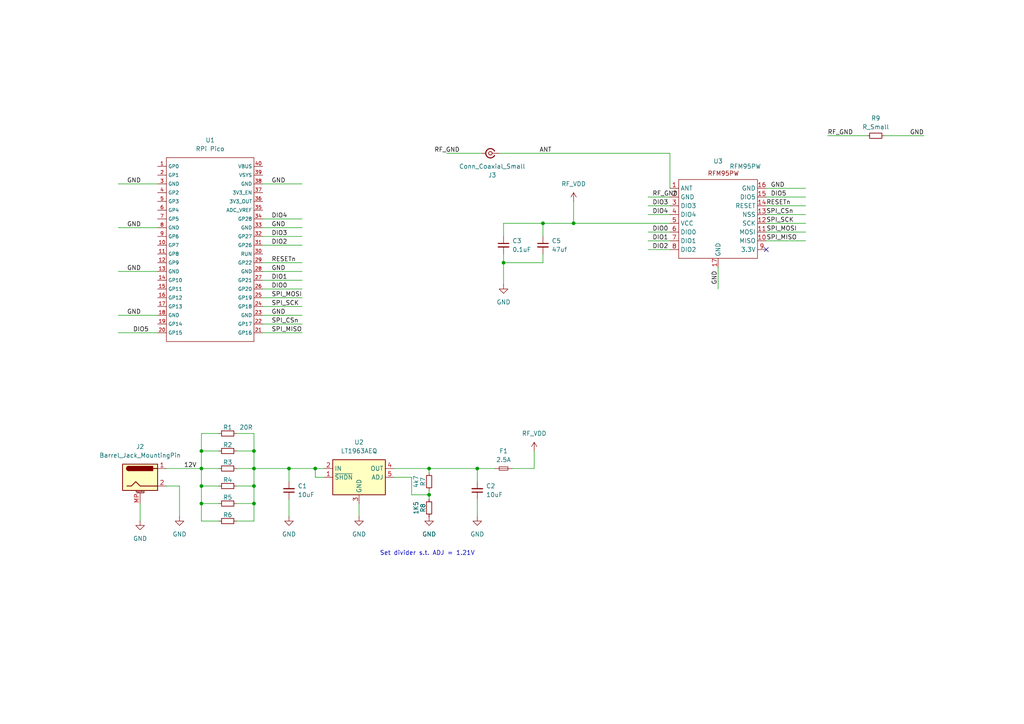
<source format=kicad_sch>
(kicad_sch (version 20231120) (generator "eeschema") (generator_version "8.0")
  (paper "A4")
  (lib_symbols
    (symbol "Connector:Barrel_Jack_MountingPin" (pin_names hide)
      (property "Reference" "J" (at 0 5.334 0))
      (property "Value" "Barrel_Jack_MountingPin" (at 1.27 -6.35 0))
      (symbol "Barrel_Jack_MountingPin_0_1"
        (rectangle (start -5.08 3.81) (end 5.08 -3.81) (stroke (width 0.254)) (fill (type background)))
        (arc (start -3.302 3.175) (mid -3.9343 2.54) (end -3.302 1.905) (stroke (width 0.254)))
        (arc (start -3.302 3.175) (mid -3.9343 2.54) (end -3.302 1.905) (stroke (width 0.254)) (fill (type outline)))
        (polyline (pts (xy 5.08 2.54) (xy 3.81 2.54)) (stroke (width 0.254)))
        (polyline (pts (xy -3.81 -2.54) (xy -2.54 -2.54) (xy -1.27 -1.27) (xy 0 -2.54) (xy 2.54 -2.54) (xy 5.08 -2.54)) (stroke (width 0.254)))
        (rectangle (start 3.683 3.175) (end -3.302 1.905) (stroke (width 0.254)) (fill (type outline)))
      )
      (symbol "Barrel_Jack_MountingPin_1_1"
        (polyline (pts (xy -1.016 -4.572) (xy 1.016 -4.572)) (stroke (width 0.1524)))
        (text "Mounting" (at 0 -4.191 0) (effects (font (size 0.381 0.381))))
        (pin passive line (at 7.62 2.54 180) (length 2.54) (name "~") (number "1"))
        (pin passive line (at 7.62 -2.54 180) (length 2.54) (name "~") (number "2"))
        (pin passive line (at 0 -7.62 90) (length 3.048) (name "MountPin") (number "MP"))
      )
    )
    (symbol "Connector:Conn_Coaxial_Small" (pin_numbers hide) (pin_names (offset 1.016) hide)
      (property "Reference" "J" (at 0.254 3.048 0))
      (property "Value" "Conn_Coaxial_Small" (at 0 -3.81 0))
      (symbol "Conn_Coaxial_Small_0_1"
        (polyline (pts (xy -2.54 0) (xy -0.508 0)))
        (circle (center 0 0) (radius 0.508) (stroke (width 0.2032)))
      )
      (symbol "Conn_Coaxial_Small_1_1"
        (arc (start -1.1916 -0.6311) (mid 0.327 -1.3081) (end 1.3484 0.0039) (stroke (width 0.3048)))
        (arc (start 1.3484 -0.0039) (mid 0.327 1.3081) (end -1.1916 0.6311) (stroke (width 0.3048)))
        (pin passive line (at -2.54 0 0) (length 1.27) (name "In") (number "1"))
        (pin passive line (at 2.54 0 180) (length 1.27) (name "Ext") (number "2"))
      )
    )
    (symbol "Device:C_Small" (pin_numbers hide) (pin_names (offset 0.254) hide)
      (property "Reference" "C" (at 0.254 1.778 0))
      (property "Value" "C_Small" (at 0.254 -2.032 0))
      (symbol "C_Small_0_1"
        (polyline (pts (xy -1.524 -0.508) (xy 1.524 -0.508)) (stroke (width 0.3302)))
        (polyline (pts (xy -1.524 0.508) (xy 1.524 0.508)) (stroke (width 0.3048)))
      )
      (symbol "C_Small_1_1"
        (pin passive line (at 0 2.54 270) (length 2.032) (name "~") (number "1"))
        (pin passive line (at 0 -2.54 90) (length 2.032) (name "~") (number "2"))
      )
    )
    (symbol "Device:Fuse_Small" (pin_numbers hide) (pin_names (offset 0.254) hide)
      (property "Reference" "F" (at 0 -1.524 0))
      (property "Value" "Fuse_Small" (at 0 1.524 0))
      (symbol "Fuse_Small_0_1"
        (rectangle (start -1.27 0.508) (end 1.27 -0.508))
        (polyline (pts (xy -1.27 0) (xy 1.27 0)))
      )
      (symbol "Fuse_Small_1_1"
        (pin passive line (at -2.54 0 0) (length 1.27) (name "~") (number "1"))
        (pin passive line (at 2.54 0 180) (length 1.27) (name "~") (number "2"))
      )
    )
    (symbol "Device:R_Small" (pin_numbers hide) (pin_names (offset 0.254) hide)
      (property "Reference" "R" (at 0.762 0.508 0))
      (property "Value" "R_Small" (at 0.762 -1.016 0))
      (symbol "R_Small_0_1"
        (rectangle (start -0.762 1.778) (end 0.762 -1.778) (stroke (width 0.2032)))
      )
      (symbol "R_Small_1_1"
        (pin passive line (at 0 2.54 270) (length 0.762) (name "~") (number "1"))
        (pin passive line (at 0 -2.54 90) (length 0.762) (name "~") (number "2"))
      )
    )
    (symbol "LoRa-Dev:RFM95PW"
      (property "Reference" "U" (at 2.794 0.254 0))
      (symbol "RFM95PW_0_1"
        (rectangle (start -10.16 -3.81) (end 12.7 -26.67))
      )
      (symbol "RFM95PW_1_1"
        (text "RFM95PW" (at 2.794 -2.032 0) (effects (font (size 1.27 1.27))))
        (pin passive line (at -12.7 -6.35 0) (length 2.54) (name "ANT") (number "1"))
        (pin passive line (at 15.24 -21.59 180) (length 2.54) (name "MISO") (number "10"))
        (pin passive line (at 15.24 -19.05 180) (length 2.54) (name "MOSI") (number "11"))
        (pin passive line (at 15.24 -16.51 180) (length 2.54) (name "SCK") (number "12"))
        (pin passive line (at 15.24 -13.97 180) (length 2.54) (name "NSS") (number "13"))
        (pin passive line (at 15.24 -11.43 180) (length 2.54) (name "RESET") (number "14"))
        (pin passive line (at 15.24 -8.89 180) (length 2.54) (name "DIO5") (number "15"))
        (pin passive line (at 15.24 -6.35 180) (length 2.54) (name "GND") (number "16"))
        (pin passive line (at 1.27 -29.21 90) (length 2.54) (name "GND") (number "17"))
        (pin passive line (at -12.7 -8.89 0) (length 2.54) (name "GND") (number "2"))
        (pin passive line (at -12.7 -11.43 0) (length 2.54) (name "DIO3") (number "3"))
        (pin passive line (at -12.7 -13.97 0) (length 2.54) (name "DIO4") (number "4"))
        (pin passive line (at -12.7 -16.51 0) (length 2.54) (name "VCC") (number "5"))
        (pin passive line (at -12.7 -19.05 0) (length 2.54) (name "DIO0") (number "6"))
        (pin passive line (at -12.7 -21.59 0) (length 2.54) (name "DIO1") (number "7"))
        (pin passive line (at -12.7 -24.13 0) (length 2.54) (name "DIO2") (number "8"))
        (pin passive line (at 15.24 -24.13 180) (length 2.54) (name "3.3V") (number "9"))
      )
    )
    (symbol "LoRa-Dev:RPi_Pico"
      (property "Reference" "U" (at 7.874 26.924 0))
      (property "Value" "RPi Pico" (at 0 0 0))
      (symbol "RPi_Pico_0_1"
        (rectangle (start -12.7 25.4) (end 12.7 -27.94))
      )
      (symbol "RPi_Pico_1_1"
        (pin passive line (at -15.24 22.86 0) (length 2.54) (name "GP0") (number "1"))
        (pin passive line (at -15.24 0 0) (length 2.54) (name "GP7") (number "10"))
        (pin passive line (at -15.24 -2.54 0) (length 2.54) (name "GP8") (number "11"))
        (pin passive line (at -15.24 -5.08 0) (length 2.54) (name "GP9") (number "12"))
        (pin passive line (at -15.24 -7.62 0) (length 2.54) (name "GND") (number "13"))
        (pin passive line (at -15.24 -10.16 0) (length 2.54) (name "GP10") (number "14"))
        (pin passive line (at -15.24 -12.7 0) (length 2.54) (name "GP11") (number "15"))
        (pin passive line (at -15.24 -15.24 0) (length 2.54) (name "GP12") (number "16"))
        (pin passive line (at -15.24 -17.78 0) (length 2.54) (name "GP13") (number "17"))
        (pin passive line (at -15.24 -20.32 0) (length 2.54) (name "GND") (number "18"))
        (pin passive line (at -15.24 -22.86 0) (length 2.54) (name "GP14") (number "19"))
        (pin passive line (at -15.24 20.32 0) (length 2.54) (name "GP1") (number "2"))
        (pin passive line (at -15.24 -25.4 0) (length 2.54) (name "GP15") (number "20"))
        (pin passive line (at 15.24 -25.4 180) (length 2.54) (name "GP16") (number "21"))
        (pin passive line (at 15.24 -22.86 180) (length 2.54) (name "GP17") (number "22"))
        (pin passive line (at 15.24 -20.32 180) (length 2.54) (name "GND") (number "23"))
        (pin passive line (at 15.24 -17.78 180) (length 2.54) (name "GP18") (number "24"))
        (pin passive line (at 15.24 -15.24 180) (length 2.54) (name "GP19") (number "25"))
        (pin passive line (at 15.24 -12.7 180) (length 2.54) (name "GP20") (number "26"))
        (pin passive line (at 15.24 -10.16 180) (length 2.54) (name "GP21") (number "27"))
        (pin passive line (at 15.24 -7.62 180) (length 2.54) (name "GND") (number "28"))
        (pin passive line (at 15.24 -5.08 180) (length 2.54) (name "GP22") (number "29"))
        (pin passive line (at -15.24 17.78 0) (length 2.54) (name "GND") (number "3"))
        (pin passive line (at 15.24 -2.54 180) (length 2.54) (name "RUN") (number "30"))
        (pin passive line (at 15.24 0 180) (length 2.54) (name "GP26") (number "31"))
        (pin passive line (at 15.24 2.54 180) (length 2.54) (name "GP27") (number "32"))
        (pin passive line (at 15.24 5.08 180) (length 2.54) (name "GND") (number "33"))
        (pin passive line (at 15.24 7.62 180) (length 2.54) (name "GP28") (number "34"))
        (pin passive line (at 15.24 10.16 180) (length 2.54) (name "ADC_VREF") (number "35"))
        (pin passive line (at 15.24 12.7 180) (length 2.54) (name "3V3_OUT") (number "36"))
        (pin passive line (at 15.24 15.24 180) (length 2.54) (name "3V3_EN") (number "37"))
        (pin passive line (at 15.24 17.78 180) (length 2.54) (name "GND") (number "38"))
        (pin passive line (at 15.24 20.32 180) (length 2.54) (name "VSYS") (number "39"))
        (pin passive line (at -15.24 15.24 0) (length 2.54) (name "GP2") (number "4"))
        (pin passive line (at 15.24 22.86 180) (length 2.54) (name "VBUS") (number "40"))
        (pin passive line (at -15.24 12.7 0) (length 2.54) (name "GP3") (number "5"))
        (pin passive line (at -15.24 10.16 0) (length 2.54) (name "GP4") (number "6"))
        (pin passive line (at -15.24 7.62 0) (length 2.54) (name "GP5") (number "7"))
        (pin passive line (at -15.24 5.08 0) (length 2.54) (name "GND") (number "8"))
        (pin passive line (at -15.24 2.54 0) (length 2.54) (name "GP6") (number "9"))
      )
    )
    (symbol "Regulator_Linear:LT1963AEQ"
      (property "Reference" "U" (at -7.62 6.35 0))
      (property "Value" "LT1963AEQ" (at -1.27 6.35 0))
      (symbol "LT1963AEQ_0_1"
        (rectangle (start -7.62 5.08) (end 7.62 -5.08) (stroke (width 0.254)) (fill (type background)))
      )
      (symbol "LT1963AEQ_1_1"
        (pin input line (at -10.16 0 0) (length 2.54) (name "~{SHDN}") (number "1"))
        (pin power_in line (at -10.16 2.54 0) (length 2.54) (name "IN") (number "2"))
        (pin power_in line (at 0 -7.62 90) (length 2.54) (name "GND") (number "3"))
        (pin power_out line (at 10.16 2.54 180) (length 2.54) (name "OUT") (number "4"))
        (pin input line (at 10.16 0 180) (length 2.54) (name "ADJ") (number "5"))
      )
    )
    (symbol "power:+2V5" (power) (pin_numbers hide) (pin_names (offset 0) hide)
      (property "Value" "+2V5" (at 0 3.556 0))
      (symbol "+2V5_0_1"
        (polyline (pts (xy -0.762 1.27) (xy 0 2.54)))
        (polyline (pts (xy 0 0) (xy 0 2.54)))
        (polyline (pts (xy 0 2.54) (xy 0.762 1.27)))
      )
      (symbol "+2V5_1_1"
        (pin power_in line (at 0 0 90) (length 0) (name "~") (number "1"))
      )
    )
    (symbol "power:GND" (power) (pin_numbers hide) (pin_names (offset 0) hide)
      (property "Value" "GND" (at 0 -3.81 0))
      (symbol "GND_0_1"
        (polyline (pts (xy 0 0) (xy 0 -1.27) (xy 1.27 -1.27) (xy 0 -2.54) (xy -1.27 -1.27) (xy 0 -1.27)))
      )
      (symbol "GND_1_1"
        (pin power_in line (at 0 0 270) (length 0) (name "~") (number "1"))
      )
    )
  )
  (junction (at 146.05 76.2))
  (junction (at 58.42 140.97))
  (junction (at 124.46 135.89))
  (junction (at 83.82 135.89))
  (junction (at 58.42 130.81))
  (junction (at 73.66 146.05))
  (junction (at 91.44 135.89))
  (junction (at 166.37 64.77))
  (junction (at 58.42 146.05))
  (junction (at 73.66 130.81))
  (junction (at 58.42 135.89))
  (junction (at 73.66 135.89))
  (junction (at 138.43 135.89))
  (junction (at 124.46 143.51))
  (junction (at 73.66 140.97))
  (junction (at 157.48 64.77))
  (no_connect (at 222.25 72.39))
  (wire (pts (xy 48.26 135.89) (xy 58.42 135.89)))
  (wire (pts (xy 58.42 140.97) (xy 63.5 140.97)))
  (wire (pts (xy 76.2 78.74) (xy 87.63 78.74)))
  (wire (pts (xy 138.43 135.89) (xy 138.43 139.7)))
  (wire (pts (xy 138.43 135.89) (xy 143.51 135.89)))
  (wire (pts (xy 187.96 67.31) (xy 194.31 67.31)))
  (wire (pts (xy 76.2 88.9) (xy 87.63 88.9)))
  (wire (pts (xy 73.66 125.73) (xy 73.66 130.81)))
  (wire (pts (xy 73.66 130.81) (xy 73.66 135.89)))
  (wire (pts (xy 76.2 81.28) (xy 87.63 81.28)))
  (wire (pts (xy 76.2 91.44) (xy 87.63 91.44)))
  (wire (pts (xy 73.66 130.81) (xy 68.58 130.81)))
  (wire (pts (xy 208.28 77.47) (xy 208.28 83.82)))
  (wire (pts (xy 154.94 130.81) (xy 154.94 135.89)))
  (wire (pts (xy 52.07 149.86) (xy 52.07 140.97)))
  (wire (pts (xy 68.58 135.89) (xy 73.66 135.89)))
  (wire (pts (xy 240.03 39.37) (xy 251.46 39.37)))
  (wire (pts (xy 93.98 138.43) (xy 91.44 138.43)))
  (wire (pts (xy 138.43 144.78) (xy 138.43 149.86)))
  (wire (pts (xy 222.25 57.15) (xy 233.68 57.15)))
  (wire (pts (xy 68.58 125.73) (xy 73.66 125.73)))
  (wire (pts (xy 124.46 135.89) (xy 138.43 135.89)))
  (wire (pts (xy 83.82 144.78) (xy 83.82 149.86)))
  (wire (pts (xy 187.96 59.69) (xy 194.31 59.69)))
  (wire (pts (xy 58.42 130.81) (xy 58.42 135.89)))
  (wire (pts (xy 222.25 59.69) (xy 233.68 59.69)))
  (wire (pts (xy 157.48 76.2) (xy 146.05 76.2)))
  (wire (pts (xy 58.42 151.13) (xy 63.5 151.13)))
  (wire (pts (xy 58.42 140.97) (xy 58.42 146.05)))
  (wire (pts (xy 91.44 135.89) (xy 93.98 135.89)))
  (wire (pts (xy 166.37 64.77) (xy 157.48 64.77)))
  (wire (pts (xy 76.2 93.98) (xy 87.63 93.98)))
  (wire (pts (xy 114.3 135.89) (xy 124.46 135.89)))
  (wire (pts (xy 73.66 135.89) (xy 83.82 135.89)))
  (wire (pts (xy 146.05 76.2) (xy 146.05 73.66)))
  (wire (pts (xy 187.96 72.39) (xy 194.31 72.39)))
  (wire (pts (xy 58.42 146.05) (xy 58.42 151.13)))
  (wire (pts (xy 222.25 64.77) (xy 233.68 64.77)))
  (wire (pts (xy 76.2 71.12) (xy 87.63 71.12)))
  (wire (pts (xy 91.44 138.43) (xy 91.44 135.89)))
  (wire (pts (xy 148.59 135.89) (xy 154.94 135.89)))
  (wire (pts (xy 166.37 64.77) (xy 194.31 64.77)))
  (wire (pts (xy 45.72 96.52) (xy 34.29 96.52)))
  (wire (pts (xy 83.82 135.89) (xy 91.44 135.89)))
  (wire (pts (xy 58.42 130.81) (xy 63.5 130.81)))
  (wire (pts (xy 124.46 142.24) (xy 124.46 143.51)))
  (wire (pts (xy 58.42 125.73) (xy 58.42 130.81)))
  (wire (pts (xy 76.2 86.36) (xy 87.63 86.36)))
  (wire (pts (xy 124.46 143.51) (xy 119.38 143.51)))
  (wire (pts (xy 139.7 44.45) (xy 129.54 44.45)))
  (wire (pts (xy 63.5 125.73) (xy 58.42 125.73)))
  (wire (pts (xy 222.25 69.85) (xy 233.68 69.85)))
  (wire (pts (xy 76.2 53.34) (xy 87.63 53.34)))
  (wire (pts (xy 119.38 143.51) (xy 119.38 138.43)))
  (wire (pts (xy 76.2 96.52) (xy 87.63 96.52)))
  (wire (pts (xy 267.97 39.37) (xy 256.54 39.37)))
  (wire (pts (xy 166.37 58.42) (xy 166.37 64.77)))
  (wire (pts (xy 222.25 67.31) (xy 233.68 67.31)))
  (wire (pts (xy 146.05 64.77) (xy 146.05 68.58)))
  (wire (pts (xy 222.25 54.61) (xy 233.68 54.61)))
  (wire (pts (xy 144.78 44.45) (xy 194.31 44.45)))
  (wire (pts (xy 73.66 146.05) (xy 68.58 146.05)))
  (wire (pts (xy 83.82 135.89) (xy 83.82 139.7)))
  (wire (pts (xy 52.07 140.97) (xy 48.26 140.97)))
  (wire (pts (xy 73.66 151.13) (xy 68.58 151.13)))
  (wire (pts (xy 104.14 146.05) (xy 104.14 149.86)))
  (wire (pts (xy 222.25 62.23) (xy 233.68 62.23)))
  (wire (pts (xy 34.29 66.04) (xy 45.72 66.04)))
  (wire (pts (xy 58.42 146.05) (xy 63.5 146.05)))
  (wire (pts (xy 34.29 78.74) (xy 45.72 78.74)))
  (wire (pts (xy 194.31 44.45) (xy 194.31 54.61)))
  (wire (pts (xy 146.05 76.2) (xy 146.05 82.55)))
  (wire (pts (xy 73.66 140.97) (xy 73.66 146.05)))
  (wire (pts (xy 124.46 135.89) (xy 124.46 137.16)))
  (wire (pts (xy 187.96 69.85) (xy 194.31 69.85)))
  (wire (pts (xy 76.2 76.2) (xy 87.63 76.2)))
  (wire (pts (xy 76.2 68.58) (xy 87.63 68.58)))
  (wire (pts (xy 73.66 135.89) (xy 73.66 140.97)))
  (wire (pts (xy 114.3 138.43) (xy 119.38 138.43)))
  (wire (pts (xy 157.48 64.77) (xy 146.05 64.77)))
  (wire (pts (xy 124.46 143.51) (xy 124.46 144.78)))
  (wire (pts (xy 76.2 83.82) (xy 87.63 83.82)))
  (wire (pts (xy 157.48 73.66) (xy 157.48 76.2)))
  (wire (pts (xy 73.66 140.97) (xy 68.58 140.97)))
  (wire (pts (xy 58.42 135.89) (xy 63.5 135.89)))
  (wire (pts (xy 58.42 135.89) (xy 58.42 140.97)))
  (wire (pts (xy 187.96 62.23) (xy 194.31 62.23)))
  (wire (pts (xy 34.29 91.44) (xy 45.72 91.44)))
  (wire (pts (xy 76.2 66.04) (xy 87.63 66.04)))
  (wire (pts (xy 157.48 64.77) (xy 157.48 68.58)))
  (wire (pts (xy 76.2 63.5) (xy 87.63 63.5)))
  (wire (pts (xy 187.96 57.15) (xy 194.31 57.15)))
  (wire (pts (xy 73.66 146.05) (xy 73.66 151.13)))
  (wire (pts (xy 40.64 146.05) (xy 40.64 151.13)))
  (wire (pts (xy 34.29 53.34) (xy 45.72 53.34)))
  (text "Set divider s.t. ADJ = 1.21V" (at 123.952 160.528 0) (effects (font (size 1.27 1.27))))
  (label "GND" (at 36.83 66.04 0))
  (label "DIO2" (at 189.23 72.39 0))
  (label "DIO3" (at 78.74 68.58 0))
  (label "DIO1" (at 78.74 81.28 0))
  (label "GND" (at 36.83 91.44 0))
  (label "RESETn" (at 78.74 76.2 0))
  (label "DIO5" (at 223.52 57.15 0))
  (label "DIO1" (at 189.23 69.85 0))
  (label "SPI_MISO" (at 78.74 96.52 0))
  (label "GND" (at 78.74 53.34 0))
  (label "SPI_MOSI" (at 78.74 86.36 0))
  (label "DIO3" (at 189.23 59.69 0))
  (label "RF_GND" (at 240.03 39.37 0))
  (label "SPI_SCK" (at 222.25 64.77 0))
  (label "GND" (at 78.74 66.04 0))
  (label "SPI_MOSI" (at 231.14 67.31 180))
  (label "12V" (at 53.34 135.89 0))
  (label "GND" (at 223.52 54.61 0))
  (label "GND" (at 267.97 39.37 180))
  (label "DIO2" (at 78.74 71.12 0))
  (label "GND" (at 78.74 91.44 0))
  (label "GND" (at 78.74 78.74 0))
  (label "RF_GND" (at 133.35 44.45 180))
  (label "ANT" (at 160.02 44.45 180))
  (label "RESETn" (at 222.25 59.69 0))
  (label "SPI_SCK" (at 78.74 88.9 0))
  (label "DIO4" (at 189.23 62.23 0))
  (label "DIO0" (at 189.23 67.31 0))
  (label "SPI_MISO" (at 231.14 69.85 180))
  (label "DIO5" (at 43.18 96.52 180))
  (label "DIO0" (at 78.74 83.82 0))
  (label "SPI_CSn" (at 222.25 62.23 0))
  (label "GND" (at 36.83 53.34 0))
  (label "GND" (at 208.28 82.55 90))
  (label "GND" (at 36.83 78.74 0))
  (label "SPI_CSn" (at 78.74 93.98 0))
  (label "DIO4" (at 78.74 63.5 0))
  (label "RF_GND" (at 189.23 57.15 0))
  (symbol (lib_id "power:+2V5") (at 166.37 58.42 0) (unit 1)
    (property "Reference" "#PWR08" (effects (hide yes)))
    (property "Value" "RF_VDD" (at 166.37 53.34 0))
    (property "Description" "Power symbol creates a global label with name \"+2V5\"" (effects (hide yes)))
  )
  (symbol (lib_id "power:+2V5") (at 154.94 130.81 0) (unit 1)
    (property "Reference" "#PWR05" (effects (hide yes)))
    (property "Value" "RF_VDD" (at 154.94 125.73 0))
    (property "Description" "Power symbol creates a global label with name \"+2V5\"" (effects (hide yes)))
  )
  (symbol (lib_id "Device:R_Small") (at 254 39.37 90) (unit 1)
    (property "Reference" "R9" (at 254 34.29 90))
    (property "Value" "R_Small" (at 254 36.83 90))
    (property "Footprint" "Resistor_SMD:R_0603_1608Metric" (effects (hide yes)))
    (property "Description" "Resistor, small symbol" (effects (hide yes)))
  )
  (symbol (lib_id "Device:R_Small") (at 66.04 146.05 90) (unit 1)
    (property "Reference" "R5" (at 66.04 144.272 90))
    (property "Value" "20R" (effects (hide yes)))
    (property "Footprint" "Resistor_SMD:R_2512_6332Metric" (effects (hide yes)))
    (property "Description" "Resistor, small symbol" (effects (hide yes)))
  )
  (symbol (lib_id "Device:Fuse_Small") (at 146.05 135.89 0) (unit 1)
    (property "Reference" "F1" (at 146.05 130.81 0))
    (property "Value" "2.5A" (at 146.05 133.35 0))
    (property "Footprint" "Fuse:Fuse_0805_2012Metric" (effects (hide yes)))
    (property "Description" "Fuse, small symbol" (effects (hide yes)))
  )
  (symbol (lib_id "Device:R_Small") (at 66.04 140.97 90) (unit 1)
    (property "Reference" "R4" (at 66.04 139.192 90))
    (property "Value" "20R" (effects (hide yes)))
    (property "Footprint" "Resistor_SMD:R_2512_6332Metric" (effects (hide yes)))
    (property "Description" "Resistor, small symbol" (effects (hide yes)))
  )
  (symbol (lib_id "LoRa-Dev:RPi_Pico") (at 60.96 71.12 0) (unit 1)
    (property "Reference" "U1" (at 60.96 40.64 0))
    (property "Value" "RPi Pico" (at 60.96 43.18 0))
    (property "Footprint" "LoRa-Dev:RPi_Pico" (effects (hide yes)))
  )
  (symbol (lib_id "power:GND") (at 52.07 149.86 0) (mirror y) (unit 1)
    (property "Reference" "#PWR06" (effects (hide yes)))
    (property "Value" "GND" (at 52.07 154.94 0))
    (property "Description" "Power symbol creates a global label with name \"GND\" , ground" (effects (hide yes)))
  )
  (symbol (lib_id "Device:C_Small") (at 138.43 142.24 180) (unit 1)
    (property "Reference" "C2" (at 140.97 140.9635 0) (effects (justify right)))
    (property "Value" "10uF" (at 140.97 143.5035 0) (effects (justify right)))
    (property "Footprint" "Capacitor_SMD:C_1210_3225Metric" (effects (hide yes)))
    (property "Description" "Unpolarized capacitor, small symbol" (effects (hide yes)))
  )
  (symbol (lib_id "power:GND") (at 124.46 149.86 0) (unit 1)
    (property "Reference" "#PWR04" (effects (hide yes)))
    (property "Value" "GND" (at 124.46 154.94 0))
    (property "Description" "Power symbol creates a global label with name \"GND\" , ground" (effects (hide yes)))
  )
  (symbol (lib_id "power:GND") (at 83.82 149.86 0) (unit 1)
    (property "Reference" "#PWR01" (effects (hide yes)))
    (property "Value" "GND" (at 83.82 154.94 0))
    (property "Description" "Power symbol creates a global label with name \"GND\" , ground" (effects (hide yes)))
  )
  (symbol (lib_id "Connector:Barrel_Jack_MountingPin") (at 40.64 138.43 0) (unit 1)
    (property "Reference" "J2" (at 40.64 129.54 0))
    (property "Value" "Barrel_Jack_MountingPin" (at 40.64 132.08 0))
    (property "Footprint" "Connector_BarrelJack:BarrelJack_CUI_PJ-063AH_Horizontal" (effects (hide yes)))
    (property "Description" "DC Barrel Jack with a mounting pin" (effects (hide yes)))
  )
  (symbol (lib_id "Device:R_Small") (at 66.04 151.13 90) (unit 1)
    (property "Reference" "R6" (at 66.04 149.352 90))
    (property "Value" "20R" (effects (hide yes)))
    (property "Footprint" "Resistor_SMD:R_2512_6332Metric" (effects (hide yes)))
    (property "Description" "Resistor, small symbol" (effects (hide yes)))
  )
  (symbol (lib_id "Device:R_Small") (at 66.04 135.89 90) (unit 1)
    (property "Reference" "R3" (at 66.04 134.112 90))
    (property "Value" "20R" (effects (hide yes)))
    (property "Footprint" "Resistor_SMD:R_2512_6332Metric" (effects (hide yes)))
    (property "Description" "Resistor, small symbol" (effects (hide yes)))
  )
  (symbol (lib_id "Connector:Conn_Coaxial_Small") (at 142.24 44.45 180) (unit 1)
    (property "Reference" "J3" (at 142.7596 50.8 0))
    (property "Value" "Conn_Coaxial_Small" (at 142.7596 48.26 0))
    (property "Footprint" "Connector_Coaxial:U.FL_Hirose_U.FL-R-SMT-1_Vertical" (effects (hide yes)))
    (property "Description" "small coaxial connector (BNC, SMA, SMB, SMC, Cinch/RCA, LEMO, ...)" (effects (hide yes)))
  )
  (symbol (lib_id "Device:R_Small") (at 66.04 125.73 90) (unit 1)
    (property "Reference" "R1" (at 66.04 123.952 90))
    (property "Value" "20R" (at 71.374 123.952 90))
    (property "Footprint" "Resistor_SMD:R_2512_6332Metric" (effects (hide yes)))
    (property "Description" "Resistor, small symbol" (effects (hide yes)))
  )
  (symbol (lib_id "Device:C_Small") (at 83.82 142.24 180) (unit 1)
    (property "Reference" "C1" (at 86.36 140.9635 0) (effects (justify right)))
    (property "Value" "10uF" (at 86.36 143.5035 0) (effects (justify right)))
    (property "Footprint" "Capacitor_SMD:C_1210_3225Metric" (effects (hide yes)))
    (property "Description" "Unpolarized capacitor, small symbol" (effects (hide yes)))
  )
  (symbol (lib_id "Device:C_Small") (at 157.48 71.12 0) (unit 1)
    (property "Reference" "C5" (at 160.02 69.8562 0) (effects (justify left)))
    (property "Value" "47uf" (at 160.02 72.3962 0) (effects (justify left)))
    (property "Footprint" "Capacitor_SMD:C_1210_3225Metric" (effects (hide yes)))
    (property "Description" "Unpolarized capacitor, small symbol" (effects (hide yes)))
  )
  (symbol (lib_id "Regulator_Linear:LT1963AEQ") (at 104.14 138.43 0) (unit 1)
    (property "Reference" "U2" (at 104.14 128.27 0))
    (property "Value" "LT1963AEQ" (at 104.14 130.81 0))
    (property "Footprint" "Package_TO_SOT_SMD:TO-263-5_TabPin3" (effects (hide yes)))
    (property "Datasheet" "https://www.analog.com/media/en/technical-documentation/data-sheets/1963aff.pdf" (effects (hide yes)))
    (property "Description" "1.5A, Adjustable, Low Noise, Linear Voltage Regulator, TO-263-5" (effects (hide yes)))
  )
  (symbol (lib_id "Device:R_Small") (at 124.46 139.7 180) (unit 1)
    (property "Reference" "R7" (at 122.682 139.7 90))
    (property "Value" "4k7" (at 120.65 139.7 90))
    (property "Footprint" "Resistor_SMD:R_0603_1608Metric" (effects (hide yes)))
    (property "Description" "Resistor, small symbol" (effects (hide yes)))
  )
  (symbol (lib_id "power:GND") (at 146.05 82.55 0) (unit 1)
    (property "Reference" "#PWR07" (effects (hide yes)))
    (property "Value" "GND" (at 146.05 87.63 0))
    (property "Description" "Power symbol creates a global label with name \"GND\" , ground" (effects (hide yes)))
  )
  (symbol (lib_id "power:GND") (at 40.64 151.13 0) (unit 1)
    (property "Reference" "#PWR09" (effects (hide yes)))
    (property "Value" "GND" (at 40.64 156.21 0))
    (property "Description" "Power symbol creates a global label with name \"GND\" , ground" (effects (hide yes)))
  )
  (symbol (lib_id "Device:R_Small") (at 66.04 130.81 90) (unit 1)
    (property "Reference" "R2" (at 66.04 129.032 90))
    (property "Value" "20R" (effects (hide yes)))
    (property "Footprint" "Resistor_SMD:R_2512_6332Metric" (effects (hide yes)))
    (property "Description" "Resistor, small symbol" (effects (hide yes)))
  )
  (symbol (lib_id "power:GND") (at 104.14 149.86 0) (unit 1)
    (property "Reference" "#PWR02" (effects (hide yes)))
    (property "Value" "GND" (at 104.14 154.94 0))
    (property "Description" "Power symbol creates a global label with name \"GND\" , ground" (effects (hide yes)))
  )
  (symbol (lib_id "LoRa-Dev:RFM95PW") (at 207.01 48.26 0) (unit 1)
    (property "Reference" "U3" (at 208.28 46.736 0))
    (property "Value" "RFM95PW" (at 216.154 48.26 0))
    (property "Footprint" "LoRa-Dev:RFM95PW" (effects (hide yes)))
  )
  (symbol (lib_id "power:GND") (at 138.43 149.86 0) (unit 1)
    (property "Reference" "#PWR03" (effects (hide yes)))
    (property "Value" "GND" (at 138.43 154.94 0))
    (property "Description" "Power symbol creates a global label with name \"GND\" , ground" (effects (hide yes)))
  )
  (symbol (lib_id "Device:C_Small") (at 146.05 71.12 0) (unit 1)
    (property "Reference" "C3" (at 148.59 69.8562 0) (effects (justify left)))
    (property "Value" "0.1uF" (at 148.59 72.3962 0) (effects (justify left)))
    (property "Footprint" "Capacitor_SMD:C_0603_1608Metric" (effects (hide yes)))
    (property "Description" "Unpolarized capacitor, small symbol" (effects (hide yes)))
  )
  (symbol (lib_id "Device:R_Small") (at 124.46 147.32 180) (unit 1)
    (property "Reference" "R8" (at 122.682 147.32 90))
    (property "Value" "1K5" (at 120.65 147.32 90))
    (property "Footprint" "Resistor_SMD:R_0603_1608Metric" (effects (hide yes)))
    (property "Description" "Resistor, small symbol" (effects (hide yes)))
  )
)
</source>
